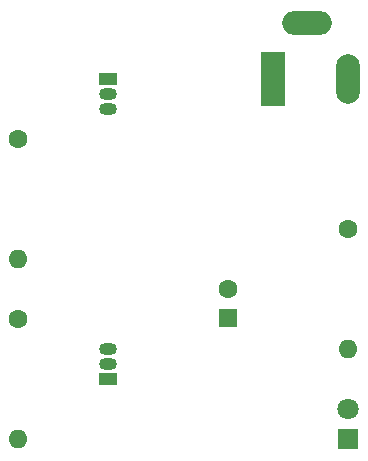
<source format=gbr>
%TF.GenerationSoftware,KiCad,Pcbnew,7.0.9*%
%TF.CreationDate,2023-12-16T18:18:27+09:00*%
%TF.ProjectId,______1,d7edb8a7-afc8-4312-9e6b-696361645f70,rev?*%
%TF.SameCoordinates,PX5e58d50PY7916890*%
%TF.FileFunction,Soldermask,Bot*%
%TF.FilePolarity,Negative*%
%FSLAX46Y46*%
G04 Gerber Fmt 4.6, Leading zero omitted, Abs format (unit mm)*
G04 Created by KiCad (PCBNEW 7.0.9) date 2023-12-16 18:18:27*
%MOMM*%
%LPD*%
G01*
G04 APERTURE LIST*
%ADD10R,1.500000X1.050000*%
%ADD11O,1.500000X1.050000*%
%ADD12C,1.600000*%
%ADD13O,1.600000X1.600000*%
%ADD14R,1.800000X1.800000*%
%ADD15C,1.800000*%
%ADD16R,2.000000X4.600000*%
%ADD17O,2.000000X4.200000*%
%ADD18O,4.200000X2.000000*%
%ADD19R,1.600000X1.600000*%
G04 APERTURE END LIST*
D10*
%TO.C,Q2*%
X58550000Y38370000D03*
D11*
X58550000Y37100000D03*
X58550000Y35830000D03*
%TD*%
D12*
%TO.C,R2*%
X50930000Y33290000D03*
D13*
X50930000Y23130000D03*
%TD*%
D12*
%TO.C,R1*%
X78870000Y25670000D03*
D13*
X78870000Y15510000D03*
%TD*%
D14*
%TO.C,D1*%
X78870000Y7890000D03*
D15*
X78870000Y10430000D03*
%TD*%
D16*
%TO.C,J1*%
X72520000Y38370000D03*
D17*
X78820000Y38370000D03*
D18*
X75420000Y43170000D03*
%TD*%
D19*
%TO.C,C1*%
X68710000Y18130000D03*
D12*
X68710000Y20630000D03*
%TD*%
%TO.C,R3*%
X50930000Y18050000D03*
D13*
X50930000Y7890000D03*
%TD*%
D10*
%TO.C,Q1*%
X58550000Y12970000D03*
D11*
X58550000Y14240000D03*
X58550000Y15510000D03*
%TD*%
M02*

</source>
